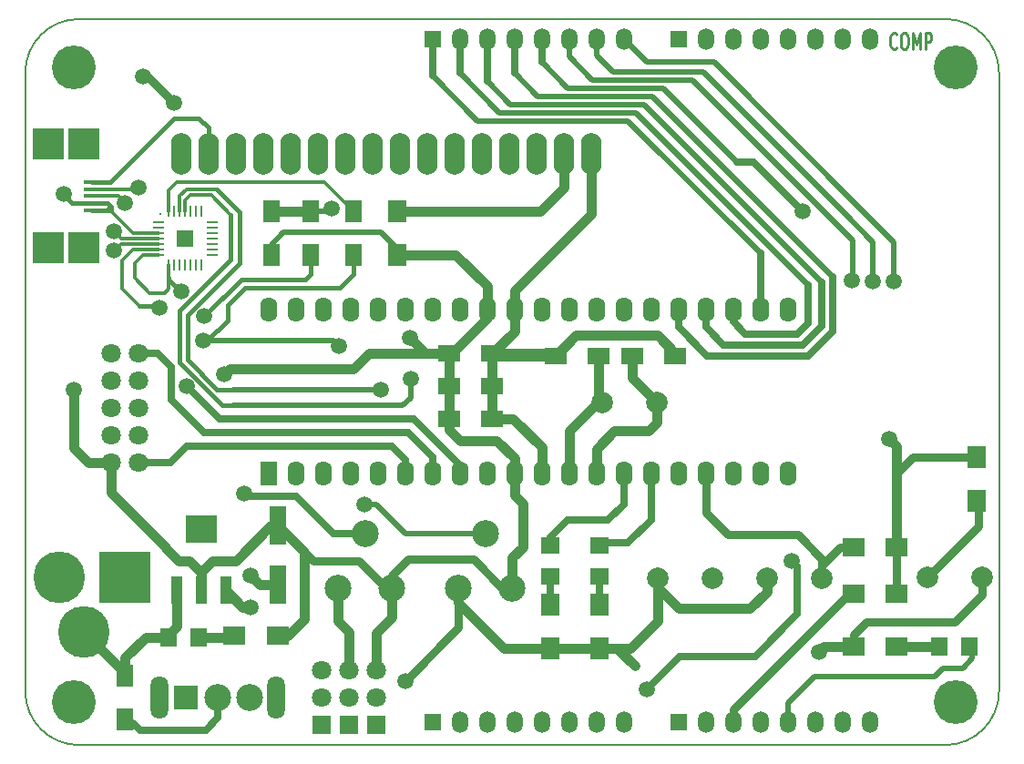
<source format=gtl>
G04 #@! TF.FileFunction,Copper,L1,Top,Signal*
%FSLAX46Y46*%
G04 Gerber Fmt 4.6, Leading zero omitted, Abs format (unit mm)*
G04 Created by KiCad (PCBNEW (2015-01-16 BZR 5376)-product) date 1/29/2016 4:56:34 PM*
%MOMM*%
G01*
G04 APERTURE LIST*
%ADD10C,0.150000*%
%ADD11C,0.254000*%
%ADD12C,2.000000*%
%ADD13C,4.800600*%
%ADD14R,4.800600X4.800600*%
%ADD15R,2.300000X2.300000*%
%ADD16C,2.500000*%
%ADD17O,1.651000X4.000000*%
%ADD18R,1.600200X3.599180*%
%ADD19R,1.800000X1.800000*%
%ADD20C,1.800000*%
%ADD21O,1.930400X3.860800*%
%ADD22R,1.574800X2.286000*%
%ADD23O,1.574800X2.286000*%
%ADD24R,1.500000X1.500000*%
%ADD25O,1.500000X2.000000*%
%ADD26C,2.499360*%
%ADD27R,1.000760X0.231140*%
%ADD28R,0.231140X1.000760*%
%ADD29R,1.501140X1.501140*%
%ADD30C,0.299720*%
%ADD31R,1.000760X2.499360*%
%ADD32R,2.999740X2.499360*%
%ADD33R,2.000000X1.600000*%
%ADD34C,4.064000*%
%ADD35R,1.600000X2.000000*%
%ADD36R,1.700000X2.000000*%
%ADD37R,2.000000X1.700000*%
%ADD38R,1.500000X0.400000*%
%ADD39R,3.000000X3.000000*%
%ADD40R,1.800860X1.597660*%
%ADD41R,1.597660X1.800860*%
%ADD42C,1.500000*%
%ADD43C,0.889000*%
%ADD44C,0.889000*%
%ADD45C,0.508000*%
%ADD46C,0.381000*%
%ADD47C,0.304800*%
%ADD48C,0.762000*%
%ADD49C,0.635000*%
G04 APERTURE END LIST*
D10*
X188000000Y-105000000D02*
G75*
G03X193000000Y-100000000I0J5000000D01*
G01*
X107500000Y-105000000D02*
X188000000Y-105000000D01*
X102500000Y-42500000D02*
X102500000Y-100000000D01*
X188000000Y-37500000D02*
X107500000Y-37500000D01*
X193000000Y-100000000D02*
X193000000Y-42500000D01*
X102500000Y-100000000D02*
G75*
G03X107500000Y-105000000I5000000J0D01*
G01*
X193000000Y-42500000D02*
G75*
G03X188000000Y-37500000I-5000000J0D01*
G01*
X107500000Y-37500000D02*
G75*
G03X102500000Y-42500000I0J-5000000D01*
G01*
D11*
X183478714Y-40159714D02*
X183430333Y-40231143D01*
X183285190Y-40302571D01*
X183188428Y-40302571D01*
X183043286Y-40231143D01*
X182946524Y-40088286D01*
X182898143Y-39945429D01*
X182849762Y-39659714D01*
X182849762Y-39445429D01*
X182898143Y-39159714D01*
X182946524Y-39016857D01*
X183043286Y-38874000D01*
X183188428Y-38802571D01*
X183285190Y-38802571D01*
X183430333Y-38874000D01*
X183478714Y-38945429D01*
X184107667Y-38802571D02*
X184301190Y-38802571D01*
X184397952Y-38874000D01*
X184494714Y-39016857D01*
X184543095Y-39302571D01*
X184543095Y-39802571D01*
X184494714Y-40088286D01*
X184397952Y-40231143D01*
X184301190Y-40302571D01*
X184107667Y-40302571D01*
X184010905Y-40231143D01*
X183914143Y-40088286D01*
X183865762Y-39802571D01*
X183865762Y-39302571D01*
X183914143Y-39016857D01*
X184010905Y-38874000D01*
X184107667Y-38802571D01*
X184978524Y-40302571D02*
X184978524Y-38802571D01*
X185317190Y-39874000D01*
X185655857Y-38802571D01*
X185655857Y-40302571D01*
X186139667Y-40302571D02*
X186139667Y-38802571D01*
X186526714Y-38802571D01*
X186623476Y-38874000D01*
X186671857Y-38945429D01*
X186720238Y-39088286D01*
X186720238Y-39302571D01*
X186671857Y-39445429D01*
X186623476Y-39516857D01*
X186526714Y-39588286D01*
X186139667Y-39588286D01*
X183478714Y-40159714D02*
X183430333Y-40231143D01*
X183285190Y-40302571D01*
X183188428Y-40302571D01*
X183043286Y-40231143D01*
X182946524Y-40088286D01*
X182898143Y-39945429D01*
X182849762Y-39659714D01*
X182849762Y-39445429D01*
X182898143Y-39159714D01*
X182946524Y-39016857D01*
X183043286Y-38874000D01*
X183188428Y-38802571D01*
X183285190Y-38802571D01*
X183430333Y-38874000D01*
X183478714Y-38945429D01*
X184107667Y-38802571D02*
X184301190Y-38802571D01*
X184397952Y-38874000D01*
X184494714Y-39016857D01*
X184543095Y-39302571D01*
X184543095Y-39802571D01*
X184494714Y-40088286D01*
X184397952Y-40231143D01*
X184301190Y-40302571D01*
X184107667Y-40302571D01*
X184010905Y-40231143D01*
X183914143Y-40088286D01*
X183865762Y-39802571D01*
X183865762Y-39302571D01*
X183914143Y-39016857D01*
X184010905Y-38874000D01*
X184107667Y-38802571D01*
X184978524Y-40302571D02*
X184978524Y-38802571D01*
X185317190Y-39874000D01*
X185655857Y-38802571D01*
X185655857Y-40302571D01*
X186139667Y-40302571D02*
X186139667Y-38802571D01*
X186526714Y-38802571D01*
X186623476Y-38874000D01*
X186671857Y-38945429D01*
X186720238Y-39088286D01*
X186720238Y-39302571D01*
X186671857Y-39445429D01*
X186623476Y-39516857D01*
X186526714Y-39588286D01*
X186139667Y-39588286D01*
D12*
X171450000Y-89535000D03*
X176530000Y-89535000D03*
D13*
X105664000Y-89408000D03*
D14*
X111760000Y-89408000D03*
D13*
X107950000Y-94488000D03*
D15*
X117396000Y-100584000D03*
D16*
X120396000Y-100584000D03*
X123396000Y-100584000D03*
D17*
X125796040Y-100584000D03*
X114995960Y-100584000D03*
D18*
X125984000Y-84625180D03*
X125984000Y-90126820D03*
D19*
X130048000Y-103124000D03*
D20*
X130048000Y-100584000D03*
X130048000Y-98044000D03*
D19*
X132588000Y-103124000D03*
D20*
X132588000Y-100584000D03*
X132588000Y-98044000D03*
D19*
X135128000Y-103124000D03*
D20*
X135128000Y-100584000D03*
X135128000Y-98044000D03*
D21*
X116967000Y-50038000D03*
X119507000Y-50038000D03*
X122047000Y-50038000D03*
X124587000Y-50038000D03*
X127127000Y-50038000D03*
X129667000Y-50038000D03*
X132207000Y-50038000D03*
X134747000Y-50038000D03*
X137287000Y-50038000D03*
X139827000Y-50038000D03*
X142367000Y-50038000D03*
X144907000Y-50038000D03*
X147447000Y-50038000D03*
X149987000Y-50038000D03*
X152527000Y-50038000D03*
X155067000Y-50038000D03*
D22*
X125095000Y-79756000D03*
D23*
X127635000Y-79756000D03*
X130175000Y-79756000D03*
X132715000Y-79756000D03*
X135255000Y-79756000D03*
X137795000Y-79756000D03*
X140335000Y-79756000D03*
X142875000Y-79756000D03*
X145415000Y-79756000D03*
X147955000Y-79756000D03*
X150495000Y-79756000D03*
X153035000Y-79756000D03*
X155575000Y-79756000D03*
X158115000Y-79756000D03*
X160655000Y-79756000D03*
X163195000Y-79756000D03*
X165735000Y-79756000D03*
X168275000Y-79756000D03*
X170815000Y-79756000D03*
X173355000Y-79756000D03*
X173355000Y-64516000D03*
X170815000Y-64516000D03*
X168275000Y-64516000D03*
X165735000Y-64516000D03*
X163195000Y-64516000D03*
X160655000Y-64516000D03*
X158115000Y-64516000D03*
X155575000Y-64516000D03*
X153035000Y-64516000D03*
X150495000Y-64516000D03*
X147955000Y-64516000D03*
X145415000Y-64516000D03*
X142875000Y-64516000D03*
X140335000Y-64516000D03*
X137795000Y-64516000D03*
X135255000Y-64516000D03*
X132715000Y-64516000D03*
X130175000Y-64516000D03*
X127635000Y-64516000D03*
X125095000Y-64516000D03*
D24*
X140335000Y-102870000D03*
D25*
X142875000Y-102870000D03*
X145415000Y-102870000D03*
X147955000Y-102870000D03*
X150495000Y-102870000D03*
X153035000Y-102870000D03*
X155575000Y-102870000D03*
X158115000Y-102870000D03*
D24*
X163195000Y-39370000D03*
D25*
X165735000Y-39370000D03*
X168275000Y-39370000D03*
X170815000Y-39370000D03*
X173355000Y-39370000D03*
X175895000Y-39370000D03*
X178435000Y-39370000D03*
X180975000Y-39370000D03*
D24*
X140335000Y-39370000D03*
D25*
X142875000Y-39370000D03*
X145415000Y-39370000D03*
X147955000Y-39370000D03*
X150495000Y-39370000D03*
X153035000Y-39370000D03*
X155575000Y-39370000D03*
X158115000Y-39370000D03*
D24*
X163195000Y-102870000D03*
D25*
X165735000Y-102870000D03*
X168275000Y-102870000D03*
X170815000Y-102870000D03*
X173355000Y-102870000D03*
X175895000Y-102870000D03*
X178435000Y-102870000D03*
X180975000Y-102870000D03*
D20*
X113030000Y-78740000D03*
X110490000Y-78740000D03*
X113030000Y-76200000D03*
X110490000Y-76200000D03*
X113030000Y-73660000D03*
X110490000Y-73660000D03*
X113030000Y-71120000D03*
X110490000Y-71120000D03*
X113030000Y-68580000D03*
X110490000Y-68580000D03*
D26*
X134071360Y-85384640D03*
X136570720Y-90424000D03*
X131572000Y-90424000D03*
X145247360Y-85384640D03*
X147746720Y-90424000D03*
X142748000Y-90424000D03*
D12*
X186309000Y-89408000D03*
X191389000Y-89408000D03*
D27*
X114848640Y-59413140D03*
X114848640Y-58912760D03*
X114848640Y-58412380D03*
X114848640Y-57912000D03*
X114848640Y-57411620D03*
X114848640Y-56911240D03*
X114848640Y-56410860D03*
D28*
X115846860Y-55412640D03*
X116347240Y-55412640D03*
X116847620Y-55412640D03*
X117348000Y-55412640D03*
X117848380Y-55412640D03*
X118348760Y-55412640D03*
X118849140Y-55412640D03*
D27*
X119847360Y-56410860D03*
X119847360Y-56911240D03*
X119847360Y-57411620D03*
X119847360Y-57912000D03*
X119847360Y-58412380D03*
X119847360Y-58912760D03*
X119847360Y-59413140D03*
D28*
X118849140Y-60411360D03*
X118348760Y-60411360D03*
X117848380Y-60411360D03*
X117348000Y-60411360D03*
X116847620Y-60411360D03*
X116347240Y-60411360D03*
X115846860Y-60411360D03*
D29*
X117348000Y-57912000D03*
D30*
X115097560Y-55661560D03*
D31*
X118872000Y-90634820D03*
X121122440Y-90634820D03*
X116621560Y-90634820D03*
D32*
X118872000Y-84884260D03*
D12*
X161163000Y-73152000D03*
X156083000Y-73152000D03*
D33*
X141891000Y-74676000D03*
X145891000Y-74676000D03*
X141891000Y-71628000D03*
X145891000Y-71628000D03*
D34*
X107000000Y-101000000D03*
X107000000Y-42000000D03*
X189000000Y-42000000D03*
X189000000Y-101000000D03*
D12*
X161290000Y-89535000D03*
X166370000Y-89535000D03*
D35*
X125349000Y-59404000D03*
X125349000Y-55404000D03*
X129032000Y-55404000D03*
X129032000Y-59404000D03*
X132969000Y-55404000D03*
X132969000Y-59404000D03*
D33*
X141891000Y-68580000D03*
X145891000Y-68580000D03*
D35*
X111760000Y-102584000D03*
X111760000Y-98584000D03*
D36*
X190881000Y-82264000D03*
X190881000Y-78264000D03*
D37*
X121952000Y-94869000D03*
X125952000Y-94869000D03*
X179483000Y-95885000D03*
X183483000Y-95885000D03*
D36*
X151257000Y-95980000D03*
X151257000Y-91980000D03*
X155829000Y-95980000D03*
X155829000Y-91980000D03*
D37*
X179483000Y-90932000D03*
X183483000Y-90932000D03*
X179483000Y-86614000D03*
X183483000Y-86614000D03*
D36*
X137033000Y-59404000D03*
X137033000Y-55404000D03*
D33*
X151797000Y-68834000D03*
X155797000Y-68834000D03*
X162909000Y-68834000D03*
X158909000Y-68834000D03*
D38*
X108685000Y-52675000D03*
X108685000Y-53325000D03*
X108685000Y-53975000D03*
X108685000Y-54625000D03*
X108685000Y-55275000D03*
D39*
X107985000Y-49150000D03*
X104685000Y-49150000D03*
X107985000Y-58800000D03*
X104685000Y-58800000D03*
D40*
X151257000Y-89303860D03*
X151257000Y-86464140D03*
D41*
X115801140Y-94996000D03*
X118640860Y-94996000D03*
D40*
X155829000Y-89303860D03*
X155829000Y-86464140D03*
D41*
X187429140Y-95885000D03*
X190268860Y-95885000D03*
D42*
X182753000Y-76517500D03*
X138239500Y-67119500D03*
X106997500Y-72009000D03*
X120967500Y-70548500D03*
X116967000Y-62865000D03*
X174752000Y-55372000D03*
X179324000Y-61785500D03*
X181229000Y-61912500D03*
X183197500Y-61912500D03*
X123444000Y-92202000D03*
X117475000Y-71628000D03*
X118999000Y-67437000D03*
X160274000Y-99822000D03*
X173736000Y-87884000D03*
X131635500Y-67945000D03*
X135509000Y-71945500D03*
X138303000Y-70993000D03*
X113411000Y-42862500D03*
X116332000Y-45339000D03*
X106045000Y-53784500D03*
X176276000Y-96329500D03*
X123444000Y-89281000D03*
X137795000Y-99060000D03*
D43*
X159194500Y-97663000D03*
D42*
X130937000Y-55118000D03*
X119126000Y-65151000D03*
X114935000Y-64389000D03*
X133985000Y-82677000D03*
X122809000Y-81661000D03*
X110744000Y-59055000D03*
X113030000Y-53213000D03*
X110744000Y-57277000D03*
X111760000Y-54610000D03*
D44*
X141891000Y-68580000D02*
X139700000Y-68580000D01*
X183483000Y-77247500D02*
X183483000Y-86614000D01*
X182753000Y-76517500D02*
X183483000Y-77247500D01*
X139700000Y-68580000D02*
X138239500Y-67119500D01*
X108331000Y-78740000D02*
X110490000Y-78740000D01*
X106997500Y-77406500D02*
X108331000Y-78740000D01*
X106997500Y-72009000D02*
X106997500Y-77406500D01*
X122364500Y-70040500D02*
X121475500Y-70040500D01*
X121475500Y-70040500D02*
X120967500Y-70548500D01*
X141891000Y-68580000D02*
X134429500Y-68580000D01*
X132969000Y-70040500D02*
X122364500Y-70040500D01*
X122364500Y-70040500D02*
X122301000Y-70040500D01*
X134429500Y-68580000D02*
X132969000Y-70040500D01*
D45*
X137033000Y-59404000D02*
X137033000Y-58864500D01*
X137033000Y-58864500D02*
X135509000Y-57340500D01*
X126492000Y-57340500D02*
X125349000Y-58483500D01*
X135509000Y-57340500D02*
X126492000Y-57340500D01*
X125349000Y-58483500D02*
X125349000Y-59404000D01*
D46*
X115846860Y-61595000D02*
X115846860Y-61744860D01*
X115846860Y-61744860D02*
X116967000Y-62865000D01*
D47*
X114848640Y-59413140D02*
X113433860Y-59413140D01*
X115846860Y-62588140D02*
X115846860Y-61595000D01*
X115846860Y-61595000D02*
X115846860Y-60411360D01*
X115443000Y-62992000D02*
X115846860Y-62588140D01*
X114046000Y-62992000D02*
X115443000Y-62992000D01*
X112649000Y-61595000D02*
X114046000Y-62992000D01*
X112649000Y-60198000D02*
X112649000Y-61595000D01*
X113433860Y-59413140D02*
X112649000Y-60198000D01*
D46*
X108685000Y-52675000D02*
X110393000Y-52675000D01*
X110393000Y-52675000D02*
X116332000Y-46736000D01*
X116332000Y-46736000D02*
X118618000Y-46736000D01*
X118618000Y-46736000D02*
X119507000Y-47625000D01*
X119507000Y-47625000D02*
X119507000Y-50038000D01*
D44*
X147746720Y-90424000D02*
X147746720Y-87584280D01*
X147955000Y-81788000D02*
X147955000Y-79756000D01*
X148717000Y-82550000D02*
X147955000Y-81788000D01*
X148717000Y-86614000D02*
X148717000Y-82550000D01*
X147746720Y-87584280D02*
X148717000Y-86614000D01*
X137033000Y-59404000D02*
X142462000Y-59404000D01*
X145415000Y-62357000D02*
X145415000Y-64516000D01*
X142462000Y-59404000D02*
X145415000Y-62357000D01*
X147955000Y-79756000D02*
X147955000Y-78359000D01*
X147955000Y-78359000D02*
X146304000Y-76708000D01*
X146304000Y-76708000D02*
X142875000Y-76708000D01*
X142875000Y-76708000D02*
X141891000Y-75724000D01*
X141891000Y-75724000D02*
X141891000Y-74676000D01*
X145415000Y-64516000D02*
X145415000Y-65278000D01*
X145415000Y-65278000D02*
X142113000Y-68580000D01*
X142113000Y-68580000D02*
X141891000Y-68580000D01*
X141891000Y-71628000D02*
X141891000Y-68580000D01*
X141891000Y-74676000D02*
X141891000Y-71628000D01*
D48*
X183483000Y-90932000D02*
X183483000Y-86614000D01*
X183483000Y-79788000D02*
X185007000Y-78264000D01*
X183483000Y-86614000D02*
X183483000Y-79788000D01*
X185007000Y-78264000D02*
X190881000Y-78264000D01*
D44*
X135128000Y-94615000D02*
X136570720Y-93172280D01*
X136570720Y-93172280D02*
X136570720Y-90424000D01*
X135128000Y-98044000D02*
X135128000Y-94615000D01*
X135128000Y-96837500D02*
X135128000Y-98044000D01*
X125305820Y-84625180D02*
X125984000Y-84625180D01*
X118872000Y-88900000D02*
X119888000Y-87884000D01*
X119888000Y-87884000D02*
X122047000Y-87884000D01*
X122047000Y-87884000D02*
X125305820Y-84625180D01*
X118872000Y-90634820D02*
X118872000Y-88900000D01*
X128397000Y-93345000D02*
X128397000Y-87038180D01*
X128397000Y-87038180D02*
X125984000Y-84625180D01*
X126873000Y-94869000D02*
X128397000Y-93345000D01*
X125952000Y-94869000D02*
X126873000Y-94869000D01*
X118872000Y-89027000D02*
X117729000Y-87884000D01*
X117729000Y-87884000D02*
X116713000Y-87884000D01*
X116713000Y-87884000D02*
X115570000Y-86741000D01*
X115570000Y-86741000D02*
X115570000Y-86614000D01*
X115570000Y-86614000D02*
X110490000Y-81534000D01*
X110490000Y-81534000D02*
X110490000Y-78740000D01*
X118872000Y-90634820D02*
X118872000Y-89027000D01*
D48*
X146812000Y-90424000D02*
X147746720Y-90424000D01*
X138049000Y-87757000D02*
X144145000Y-87757000D01*
X144145000Y-87757000D02*
X146812000Y-90424000D01*
X136570720Y-89235280D02*
X138049000Y-87757000D01*
X136570720Y-90424000D02*
X136570720Y-89235280D01*
X133477000Y-87884000D02*
X129242820Y-87884000D01*
X129242820Y-87884000D02*
X128397000Y-87038180D01*
X136017000Y-90424000D02*
X133477000Y-87884000D01*
X136570720Y-90424000D02*
X136017000Y-90424000D01*
D45*
X173355000Y-101092000D02*
X175831500Y-98615500D01*
X175831500Y-98615500D02*
X187007500Y-98615500D01*
X187007500Y-98615500D02*
X187769500Y-97853500D01*
X187769500Y-97853500D02*
X189611000Y-97853500D01*
X189611000Y-97853500D02*
X190500000Y-96964500D01*
X190500000Y-96964500D02*
X190500000Y-95885000D01*
X173355000Y-102870000D02*
X173355000Y-101092000D01*
D49*
X174752000Y-55372000D02*
X170180000Y-50800000D01*
X170180000Y-50800000D02*
X168656000Y-50800000D01*
D45*
X168656000Y-50800000D02*
X161798000Y-43942000D01*
X161798000Y-43942000D02*
X152908000Y-43942000D01*
X152908000Y-43942000D02*
X150495000Y-41529000D01*
D49*
X150495000Y-41529000D02*
X150495000Y-39370000D01*
D45*
X155194000Y-43180000D02*
X153035000Y-41021000D01*
X164465000Y-43180000D02*
X155194000Y-43180000D01*
X176657000Y-55372000D02*
X164465000Y-43180000D01*
X179387500Y-58102500D02*
X176657000Y-55372000D01*
X179387500Y-61849000D02*
X179387500Y-58102500D01*
X179324000Y-61785500D02*
X179387500Y-61849000D01*
X153035000Y-41021000D02*
X153035000Y-39370000D01*
X157099000Y-42418000D02*
X155575000Y-40894000D01*
X165481000Y-42418000D02*
X157099000Y-42418000D01*
X178562000Y-55499000D02*
X165481000Y-42418000D01*
X181292500Y-58229500D02*
X178562000Y-55499000D01*
X181292500Y-61849000D02*
X181292500Y-58229500D01*
X181229000Y-61912500D02*
X181292500Y-61849000D01*
X155575000Y-40894000D02*
X155575000Y-39370000D01*
X180594000Y-55626000D02*
X180562250Y-55594250D01*
X166497000Y-41529000D02*
X160274000Y-41529000D01*
X180562250Y-55594250D02*
X166497000Y-41529000D01*
X160274000Y-41529000D02*
X158115000Y-39370000D01*
X183197500Y-61912500D02*
X183197500Y-59690000D01*
X183197500Y-58229500D02*
X180562250Y-55594250D01*
X183197500Y-61912500D02*
X183197500Y-58229500D01*
D49*
X120396000Y-102489000D02*
X120396000Y-100584000D01*
X119253000Y-103632000D02*
X120396000Y-102489000D01*
X113157000Y-103632000D02*
X119253000Y-103632000D01*
X112109000Y-102584000D02*
X113157000Y-103632000D01*
X111760000Y-102584000D02*
X112109000Y-102584000D01*
D44*
X122689620Y-92202000D02*
X123444000Y-92202000D01*
X121122440Y-90634820D02*
X122689620Y-92202000D01*
D47*
X115846860Y-55412640D02*
X115846860Y-53444140D01*
X130270000Y-52705000D02*
X132969000Y-55404000D01*
X116586000Y-52705000D02*
X130270000Y-52705000D01*
X115846860Y-53444140D02*
X116586000Y-52705000D01*
D49*
X140335000Y-79756000D02*
X140335000Y-78232000D01*
X114808000Y-68580000D02*
X113030000Y-68580000D01*
X116078000Y-69850000D02*
X114808000Y-68580000D01*
X116078000Y-72898000D02*
X116078000Y-69850000D01*
X119126000Y-75946000D02*
X116078000Y-72898000D01*
X138049000Y-75946000D02*
X119126000Y-75946000D01*
X140335000Y-78232000D02*
X138049000Y-75946000D01*
X137795000Y-79756000D02*
X137795000Y-78486000D01*
X115951000Y-78740000D02*
X113030000Y-78740000D01*
X117475000Y-77216000D02*
X115951000Y-78740000D01*
X136525000Y-77216000D02*
X117475000Y-77216000D01*
X137795000Y-78486000D02*
X136525000Y-77216000D01*
D48*
X168275000Y-101727000D02*
X168275000Y-102870000D01*
X179070000Y-90932000D02*
X168275000Y-101727000D01*
X179483000Y-90932000D02*
X179070000Y-90932000D01*
X176530000Y-88328500D02*
X176530000Y-89535000D01*
X178244500Y-86614000D02*
X176530000Y-88328500D01*
X179483000Y-86614000D02*
X178244500Y-86614000D01*
X176530000Y-87693500D02*
X174307500Y-85471000D01*
X174307500Y-85471000D02*
X167767000Y-85471000D01*
X167767000Y-85471000D02*
X165735000Y-83439000D01*
X165735000Y-83439000D02*
X165735000Y-79756000D01*
X176530000Y-89535000D02*
X176530000Y-87693500D01*
D49*
X142875000Y-79756000D02*
X142875000Y-78994000D01*
X142875000Y-78994000D02*
X138557000Y-74676000D01*
X120523000Y-74676000D02*
X117475000Y-71628000D01*
X138557000Y-74676000D02*
X120523000Y-74676000D01*
D46*
X132969000Y-59404000D02*
X132969000Y-61214000D01*
X119380000Y-67437000D02*
X118999000Y-67437000D01*
X121285000Y-65532000D02*
X119380000Y-67437000D01*
X121285000Y-64135000D02*
X121285000Y-65532000D01*
X122936000Y-62484000D02*
X121285000Y-64135000D01*
X131699000Y-62484000D02*
X122936000Y-62484000D01*
X132969000Y-61214000D02*
X131699000Y-62484000D01*
D49*
X160274000Y-99822000D02*
X163322000Y-96774000D01*
X163322000Y-96774000D02*
X170307000Y-96774000D01*
X170307000Y-96774000D02*
X174244000Y-92837000D01*
X174244000Y-92837000D02*
X174244000Y-88392000D01*
X174244000Y-88392000D02*
X173736000Y-87884000D01*
D48*
X191071500Y-82454500D02*
X190881000Y-82264000D01*
X191071500Y-84645500D02*
X191071500Y-82454500D01*
X186309000Y-89408000D02*
X191071500Y-84645500D01*
D45*
X131635500Y-67945000D02*
X131127500Y-67437000D01*
X131127500Y-67437000D02*
X118999000Y-67437000D01*
D49*
X158115000Y-82613500D02*
X158115000Y-79756000D01*
X151257000Y-85725000D02*
X152908000Y-84074000D01*
X152908000Y-84074000D02*
X156654500Y-84074000D01*
X156654500Y-84074000D02*
X158115000Y-82613500D01*
X151257000Y-86233000D02*
X151257000Y-85725000D01*
D46*
X117602000Y-67627500D02*
X117602000Y-69215000D01*
X120332500Y-71945500D02*
X121793000Y-71945500D01*
X117602000Y-69215000D02*
X120332500Y-71945500D01*
D47*
X116847620Y-53967380D02*
X117475000Y-53340000D01*
X117475000Y-53340000D02*
X120269000Y-53340000D01*
D46*
X120269000Y-53340000D02*
X122428000Y-55499000D01*
D47*
X116847620Y-55412640D02*
X116847620Y-53967380D01*
D45*
X121793000Y-71945500D02*
X135509000Y-71945500D01*
D46*
X122428000Y-60198000D02*
X117602000Y-65024000D01*
X117602000Y-65024000D02*
X117602000Y-67627500D01*
X122428000Y-55499000D02*
X122428000Y-60198000D01*
X121793000Y-73406000D02*
X120840500Y-73406000D01*
D47*
X117348000Y-54356000D02*
X117856000Y-53848000D01*
X117856000Y-53848000D02*
X119761000Y-53848000D01*
X119761000Y-53848000D02*
X121602500Y-55689500D01*
X117348000Y-55412640D02*
X117348000Y-54356000D01*
D46*
X121602500Y-59880500D02*
X116840000Y-64643000D01*
X116840000Y-64643000D02*
X116840000Y-68453000D01*
X121602500Y-55689500D02*
X121602500Y-59880500D01*
D45*
X138303000Y-72707500D02*
X137604500Y-73406000D01*
X137604500Y-73406000D02*
X121793000Y-73406000D01*
X138303000Y-70993000D02*
X138303000Y-72707500D01*
D46*
X116840000Y-69405500D02*
X116840000Y-68453000D01*
X120840500Y-73406000D02*
X116840000Y-69405500D01*
D49*
X160655000Y-84074000D02*
X158496000Y-86233000D01*
X160655000Y-79756000D02*
X160655000Y-84074000D01*
X158496000Y-86233000D02*
X155829000Y-86233000D01*
D48*
X113855500Y-42862500D02*
X113411000Y-42862500D01*
X116332000Y-45339000D02*
X113855500Y-42862500D01*
D46*
X108685000Y-54625000D02*
X106885500Y-54625000D01*
X106885500Y-54625000D02*
X106045000Y-53784500D01*
D47*
X114848640Y-57411620D02*
X112529620Y-57411620D01*
X109743000Y-54625000D02*
X108685000Y-54625000D01*
D44*
X125349000Y-55404000D02*
X129032000Y-55404000D01*
X155067000Y-55626000D02*
X155067000Y-50038000D01*
X147955000Y-64516000D02*
X147955000Y-62738000D01*
X147955000Y-62738000D02*
X155067000Y-55626000D01*
X151797000Y-68834000D02*
X146145000Y-68834000D01*
X146145000Y-68834000D02*
X145891000Y-68580000D01*
X150495000Y-79756000D02*
X150495000Y-77343000D01*
X147828000Y-74676000D02*
X145891000Y-74676000D01*
X150495000Y-77343000D02*
X147828000Y-74676000D01*
X147955000Y-64516000D02*
X147955000Y-66516000D01*
X147955000Y-66516000D02*
X145891000Y-68580000D01*
X145891000Y-68580000D02*
X151543000Y-68580000D01*
X151543000Y-68580000D02*
X151797000Y-68834000D01*
X145891000Y-71628000D02*
X145891000Y-68580000D01*
X145891000Y-74676000D02*
X145891000Y-71628000D01*
D48*
X179483000Y-94710000D02*
X180657500Y-93535500D01*
X180657500Y-93535500D02*
X188849000Y-93535500D01*
X188849000Y-93535500D02*
X191389000Y-90995500D01*
X191389000Y-90995500D02*
X191389000Y-89408000D01*
X179483000Y-95885000D02*
X179483000Y-94710000D01*
D44*
X176720500Y-95885000D02*
X176276000Y-96329500D01*
X179483000Y-95885000D02*
X176720500Y-95885000D01*
X161290000Y-93472000D02*
X158782000Y-95980000D01*
X158782000Y-95980000D02*
X155829000Y-95980000D01*
X161290000Y-89535000D02*
X161290000Y-93472000D01*
X155829000Y-95980000D02*
X151257000Y-95980000D01*
X171450000Y-90741500D02*
X169862500Y-92329000D01*
X169862500Y-92329000D02*
X163258500Y-92329000D01*
X163258500Y-92329000D02*
X161290000Y-90360500D01*
X161290000Y-90360500D02*
X161290000Y-89535000D01*
X171450000Y-89535000D02*
X171450000Y-90741500D01*
X146970500Y-95980000D02*
X142748000Y-91757500D01*
X142748000Y-91757500D02*
X142748000Y-90424000D01*
X151257000Y-95980000D02*
X146970500Y-95980000D01*
X111760000Y-96901000D02*
X113665000Y-94996000D01*
X111760000Y-98298000D02*
X107950000Y-94488000D01*
X111760000Y-98584000D02*
X111760000Y-98298000D01*
X113665000Y-94996000D02*
X115570000Y-94996000D01*
X111760000Y-96901000D02*
X113665000Y-94996000D01*
X111760000Y-98584000D02*
X111760000Y-96901000D01*
X116621560Y-93944440D02*
X116621560Y-90634820D01*
X115570000Y-94996000D02*
X116621560Y-93944440D01*
X124289820Y-90126820D02*
X123444000Y-89281000D01*
X125984000Y-90126820D02*
X124289820Y-90126820D01*
X132588000Y-94488000D02*
X131572000Y-93472000D01*
X131572000Y-93472000D02*
X131572000Y-90424000D01*
X132588000Y-98044000D02*
X132588000Y-94488000D01*
D48*
X137795000Y-99060000D02*
X142748000Y-94107000D01*
X142748000Y-94107000D02*
X142748000Y-90424000D01*
D44*
X153702000Y-66929000D02*
X151797000Y-68834000D01*
X161290000Y-66929000D02*
X153702000Y-66929000D01*
X162909000Y-68548000D02*
X161290000Y-66929000D01*
X162909000Y-68834000D02*
X162909000Y-68548000D01*
X159194500Y-97663000D02*
X157511500Y-95980000D01*
X157511500Y-95980000D02*
X155829000Y-95980000D01*
D45*
X130651000Y-55404000D02*
X130937000Y-55118000D01*
X129032000Y-55404000D02*
X130651000Y-55404000D01*
D46*
X110363000Y-55245000D02*
X110236000Y-55245000D01*
X110393000Y-55275000D02*
X110363000Y-55245000D01*
X108685000Y-55275000D02*
X110393000Y-55275000D01*
X110124000Y-54625000D02*
X110490000Y-54991000D01*
X110490000Y-54991000D02*
X110490000Y-55178000D01*
X110490000Y-55178000D02*
X110393000Y-55275000D01*
X108685000Y-54625000D02*
X110124000Y-54625000D01*
D47*
X112529620Y-57411620D02*
X110236000Y-55118000D01*
D46*
X113093500Y-64198500D02*
X114744500Y-64198500D01*
X129032000Y-61214000D02*
X129032000Y-59404000D01*
X128524000Y-61722000D02*
X129032000Y-61214000D01*
X122555000Y-61722000D02*
X128524000Y-61722000D01*
X119126000Y-65151000D02*
X122555000Y-61722000D01*
X114744500Y-64198500D02*
X114935000Y-64389000D01*
D47*
X114848640Y-58912760D02*
X112537240Y-58912760D01*
X111506000Y-62611000D02*
X113093500Y-64198500D01*
X113093500Y-64198500D02*
X113157000Y-64262000D01*
X111506000Y-59944000D02*
X111506000Y-62611000D01*
X112537240Y-58912760D02*
X111506000Y-59944000D01*
D44*
X156083000Y-73152000D02*
X155702000Y-73152000D01*
X155702000Y-73152000D02*
X153035000Y-75819000D01*
X153035000Y-75819000D02*
X153035000Y-79756000D01*
X155797000Y-72866000D02*
X156083000Y-73152000D01*
X155797000Y-68834000D02*
X155797000Y-72866000D01*
X155575000Y-79756000D02*
X155575000Y-77470000D01*
X161163000Y-75057000D02*
X161163000Y-73152000D01*
X160401000Y-75819000D02*
X161163000Y-75057000D01*
X157226000Y-75819000D02*
X160401000Y-75819000D01*
X155575000Y-77470000D02*
X157226000Y-75819000D01*
X158909000Y-70898000D02*
X161163000Y-73152000D01*
X158909000Y-68834000D02*
X158909000Y-70898000D01*
D49*
X151257000Y-91980000D02*
X151257000Y-89535000D01*
D44*
X121825000Y-94996000D02*
X121952000Y-94869000D01*
X118872000Y-94996000D02*
X121825000Y-94996000D01*
D49*
X155829000Y-91980000D02*
X155829000Y-89535000D01*
D44*
X182933000Y-95885000D02*
X187198000Y-95885000D01*
D45*
X170815000Y-59309000D02*
X158496000Y-46990000D01*
X158496000Y-46990000D02*
X144526000Y-46990000D01*
X144526000Y-46990000D02*
X140335000Y-42799000D01*
D49*
X140335000Y-42799000D02*
X140335000Y-39370000D01*
X170815000Y-64516000D02*
X170815000Y-59309000D01*
X168275000Y-65659000D02*
X169418000Y-66802000D01*
X169418000Y-66802000D02*
X174244000Y-66802000D01*
X174244000Y-66802000D02*
X175260000Y-65786000D01*
X175260000Y-65786000D02*
X175260000Y-62230000D01*
D45*
X175260000Y-62230000D02*
X159258000Y-46228000D01*
X159258000Y-46228000D02*
X146558000Y-46228000D01*
X146558000Y-46228000D02*
X142875000Y-42545000D01*
D49*
X142875000Y-42545000D02*
X142875000Y-39370000D01*
X168275000Y-64516000D02*
X168275000Y-65659000D01*
D45*
X145415000Y-43307000D02*
X147574000Y-45466000D01*
X147574000Y-45466000D02*
X160020000Y-45466000D01*
X160020000Y-45466000D02*
X176530000Y-61976000D01*
D49*
X176530000Y-61976000D02*
X176530000Y-66040000D01*
X176530000Y-66040000D02*
X174752000Y-67818000D01*
X174752000Y-67818000D02*
X167386000Y-67818000D01*
X167386000Y-67818000D02*
X165735000Y-66167000D01*
X165735000Y-66167000D02*
X165735000Y-64516000D01*
X145415000Y-39370000D02*
X145415000Y-43307000D01*
X163195000Y-66167000D02*
X165862000Y-68834000D01*
X165862000Y-68834000D02*
X175260000Y-68834000D01*
X175260000Y-68834000D02*
X177546000Y-66548000D01*
X177546000Y-66548000D02*
X177546000Y-61468000D01*
D45*
X177546000Y-61468000D02*
X160782000Y-44704000D01*
X160782000Y-44704000D02*
X150114000Y-44704000D01*
X150114000Y-44704000D02*
X147955000Y-42545000D01*
D49*
X147955000Y-42545000D02*
X147955000Y-39370000D01*
X163195000Y-64516000D02*
X163195000Y-66167000D01*
D45*
X145247360Y-85384640D02*
X137835640Y-85384640D01*
X135128000Y-82677000D02*
X133985000Y-82677000D01*
X137835640Y-85384640D02*
X135128000Y-82677000D01*
D49*
X131104640Y-85384640D02*
X134071360Y-85384640D01*
X127635000Y-81915000D02*
X131104640Y-85384640D01*
X123063000Y-81915000D02*
X127635000Y-81915000D01*
X122809000Y-81661000D02*
X123063000Y-81915000D01*
D44*
X137033000Y-55404000D02*
X150336000Y-55404000D01*
X152527000Y-53213000D02*
X152527000Y-50038000D01*
X150336000Y-55404000D02*
X152527000Y-53213000D01*
D47*
X113665000Y-58412380D02*
X111386620Y-58412380D01*
X111386620Y-58412380D02*
X110744000Y-59055000D01*
X114848640Y-58412380D02*
X113665000Y-58412380D01*
X113665000Y-58412380D02*
X113545620Y-58412380D01*
X113030000Y-53213000D02*
X112918000Y-53325000D01*
X112918000Y-53325000D02*
X108685000Y-53325000D01*
X112141000Y-57912000D02*
X114848640Y-57912000D01*
X112141000Y-57912000D02*
X111379000Y-57912000D01*
X111379000Y-57912000D02*
X110744000Y-57277000D01*
X111760000Y-54610000D02*
X111125000Y-53975000D01*
X108685000Y-53975000D02*
X111125000Y-53975000D01*
M02*

</source>
